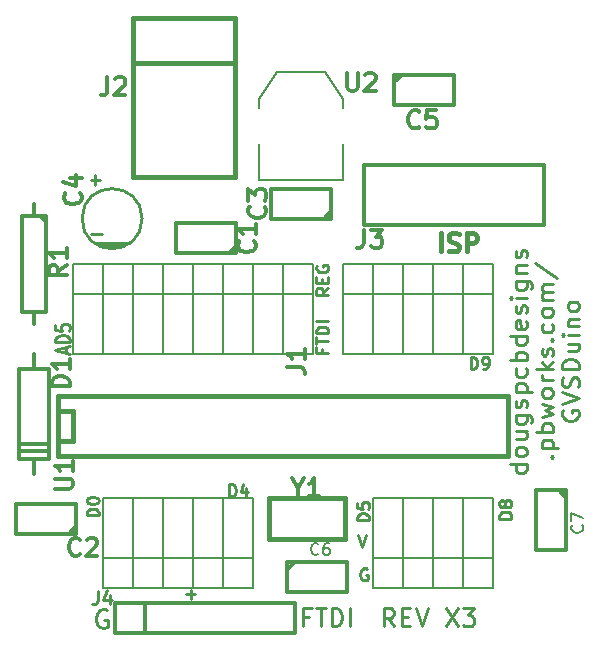
<source format=gto>
G04 (created by PCBNEW (2013-05-31 BZR 4019)-stable) date 9/25/2013 9:27:53 PM*
%MOIN*%
G04 Gerber Fmt 3.4, Leading zero omitted, Abs format*
%FSLAX34Y34*%
G01*
G70*
G90*
G04 APERTURE LIST*
%ADD10C,0.00590551*%
%ADD11C,0.01*%
%ADD12C,0.015*%
%ADD13C,0.008*%
%ADD14C,0.012*%
%ADD15C,0.006*%
%ADD16C,0.01125*%
G04 APERTURE END LIST*
G54D10*
G54D11*
X34657Y-34542D02*
X34457Y-34257D01*
X34314Y-34542D02*
X34314Y-33942D01*
X34542Y-33942D01*
X34599Y-33971D01*
X34628Y-34000D01*
X34657Y-34057D01*
X34657Y-34142D01*
X34628Y-34200D01*
X34599Y-34228D01*
X34542Y-34257D01*
X34314Y-34257D01*
X34914Y-34228D02*
X35114Y-34228D01*
X35199Y-34542D02*
X34914Y-34542D01*
X34914Y-33942D01*
X35199Y-33942D01*
X35371Y-33942D02*
X35571Y-34542D01*
X35771Y-33942D01*
X36371Y-33942D02*
X36771Y-34542D01*
X36771Y-33942D02*
X36371Y-34542D01*
X36942Y-33942D02*
X37314Y-33942D01*
X37114Y-34171D01*
X37200Y-34171D01*
X37257Y-34200D01*
X37285Y-34228D01*
X37314Y-34285D01*
X37314Y-34428D01*
X37285Y-34485D01*
X37257Y-34514D01*
X37200Y-34542D01*
X37028Y-34542D01*
X36971Y-34514D01*
X36942Y-34485D01*
G54D12*
X36214Y-22042D02*
X36214Y-21442D01*
X36471Y-22014D02*
X36557Y-22042D01*
X36700Y-22042D01*
X36757Y-22014D01*
X36785Y-21985D01*
X36814Y-21928D01*
X36814Y-21871D01*
X36785Y-21814D01*
X36757Y-21785D01*
X36700Y-21757D01*
X36585Y-21728D01*
X36528Y-21700D01*
X36500Y-21671D01*
X36471Y-21614D01*
X36471Y-21557D01*
X36500Y-21500D01*
X36528Y-21471D01*
X36585Y-21442D01*
X36728Y-21442D01*
X36814Y-21471D01*
X37071Y-22042D02*
X37071Y-21442D01*
X37300Y-21442D01*
X37357Y-21471D01*
X37385Y-21500D01*
X37414Y-21557D01*
X37414Y-21642D01*
X37385Y-21700D01*
X37357Y-21728D01*
X37300Y-21757D01*
X37071Y-21757D01*
G54D11*
X24547Y-19659D02*
X24852Y-19659D01*
X24700Y-19811D02*
X24700Y-19507D01*
X33449Y-31494D02*
X33582Y-31894D01*
X33716Y-31494D01*
X38567Y-30944D02*
X38167Y-30944D01*
X38167Y-30849D01*
X38186Y-30792D01*
X38224Y-30754D01*
X38262Y-30735D01*
X38338Y-30716D01*
X38395Y-30716D01*
X38472Y-30735D01*
X38510Y-30754D01*
X38548Y-30792D01*
X38567Y-30849D01*
X38567Y-30944D01*
X38338Y-30487D02*
X38319Y-30525D01*
X38300Y-30544D01*
X38262Y-30563D01*
X38243Y-30563D01*
X38205Y-30544D01*
X38186Y-30525D01*
X38167Y-30487D01*
X38167Y-30411D01*
X38186Y-30373D01*
X38205Y-30354D01*
X38243Y-30335D01*
X38262Y-30335D01*
X38300Y-30354D01*
X38319Y-30373D01*
X38338Y-30411D01*
X38338Y-30487D01*
X38357Y-30525D01*
X38376Y-30544D01*
X38415Y-30563D01*
X38491Y-30563D01*
X38529Y-30544D01*
X38548Y-30525D01*
X38567Y-30487D01*
X38567Y-30411D01*
X38548Y-30373D01*
X38529Y-30354D01*
X38491Y-30335D01*
X38415Y-30335D01*
X38376Y-30354D01*
X38357Y-30373D01*
X38338Y-30411D01*
X39072Y-29128D02*
X38522Y-29128D01*
X39046Y-29128D02*
X39072Y-29185D01*
X39072Y-29299D01*
X39046Y-29357D01*
X39020Y-29385D01*
X38967Y-29414D01*
X38810Y-29414D01*
X38758Y-29385D01*
X38732Y-29357D01*
X38705Y-29299D01*
X38705Y-29185D01*
X38732Y-29128D01*
X39072Y-28757D02*
X39046Y-28814D01*
X39020Y-28842D01*
X38967Y-28871D01*
X38810Y-28871D01*
X38758Y-28842D01*
X38732Y-28814D01*
X38705Y-28757D01*
X38705Y-28671D01*
X38732Y-28614D01*
X38758Y-28585D01*
X38810Y-28557D01*
X38967Y-28557D01*
X39020Y-28585D01*
X39046Y-28614D01*
X39072Y-28671D01*
X39072Y-28757D01*
X38705Y-28042D02*
X39072Y-28042D01*
X38705Y-28299D02*
X38994Y-28299D01*
X39046Y-28271D01*
X39072Y-28214D01*
X39072Y-28128D01*
X39046Y-28071D01*
X39020Y-28042D01*
X38705Y-27499D02*
X39151Y-27499D01*
X39203Y-27528D01*
X39229Y-27557D01*
X39255Y-27614D01*
X39255Y-27699D01*
X39229Y-27757D01*
X39046Y-27499D02*
X39072Y-27557D01*
X39072Y-27671D01*
X39046Y-27728D01*
X39020Y-27757D01*
X38967Y-27785D01*
X38810Y-27785D01*
X38758Y-27757D01*
X38732Y-27728D01*
X38705Y-27671D01*
X38705Y-27557D01*
X38732Y-27499D01*
X39046Y-27242D02*
X39072Y-27185D01*
X39072Y-27071D01*
X39046Y-27014D01*
X38994Y-26985D01*
X38967Y-26985D01*
X38915Y-27014D01*
X38889Y-27071D01*
X38889Y-27157D01*
X38863Y-27214D01*
X38810Y-27242D01*
X38784Y-27242D01*
X38732Y-27214D01*
X38705Y-27157D01*
X38705Y-27071D01*
X38732Y-27014D01*
X38705Y-26728D02*
X39255Y-26728D01*
X38732Y-26728D02*
X38705Y-26671D01*
X38705Y-26557D01*
X38732Y-26499D01*
X38758Y-26471D01*
X38810Y-26442D01*
X38967Y-26442D01*
X39020Y-26471D01*
X39046Y-26499D01*
X39072Y-26557D01*
X39072Y-26671D01*
X39046Y-26728D01*
X39046Y-25928D02*
X39072Y-25985D01*
X39072Y-26100D01*
X39046Y-26157D01*
X39020Y-26185D01*
X38967Y-26214D01*
X38810Y-26214D01*
X38758Y-26185D01*
X38732Y-26157D01*
X38705Y-26100D01*
X38705Y-25985D01*
X38732Y-25928D01*
X39072Y-25671D02*
X38522Y-25671D01*
X38732Y-25671D02*
X38705Y-25614D01*
X38705Y-25499D01*
X38732Y-25442D01*
X38758Y-25414D01*
X38810Y-25385D01*
X38967Y-25385D01*
X39020Y-25414D01*
X39046Y-25442D01*
X39072Y-25499D01*
X39072Y-25614D01*
X39046Y-25671D01*
X39072Y-24871D02*
X38522Y-24871D01*
X39046Y-24871D02*
X39072Y-24928D01*
X39072Y-25042D01*
X39046Y-25099D01*
X39020Y-25128D01*
X38967Y-25157D01*
X38810Y-25157D01*
X38758Y-25128D01*
X38732Y-25099D01*
X38705Y-25042D01*
X38705Y-24928D01*
X38732Y-24871D01*
X39046Y-24357D02*
X39072Y-24414D01*
X39072Y-24528D01*
X39046Y-24585D01*
X38994Y-24614D01*
X38784Y-24614D01*
X38732Y-24585D01*
X38705Y-24528D01*
X38705Y-24414D01*
X38732Y-24357D01*
X38784Y-24328D01*
X38836Y-24328D01*
X38889Y-24614D01*
X39046Y-24099D02*
X39072Y-24042D01*
X39072Y-23928D01*
X39046Y-23871D01*
X38994Y-23842D01*
X38967Y-23842D01*
X38915Y-23871D01*
X38889Y-23928D01*
X38889Y-24014D01*
X38863Y-24071D01*
X38810Y-24099D01*
X38784Y-24099D01*
X38732Y-24071D01*
X38705Y-24014D01*
X38705Y-23928D01*
X38732Y-23871D01*
X39072Y-23585D02*
X38705Y-23585D01*
X38522Y-23585D02*
X38548Y-23614D01*
X38575Y-23585D01*
X38548Y-23557D01*
X38522Y-23585D01*
X38575Y-23585D01*
X38705Y-23042D02*
X39151Y-23042D01*
X39203Y-23071D01*
X39229Y-23100D01*
X39255Y-23157D01*
X39255Y-23242D01*
X39229Y-23300D01*
X39046Y-23042D02*
X39072Y-23100D01*
X39072Y-23214D01*
X39046Y-23271D01*
X39020Y-23300D01*
X38967Y-23328D01*
X38810Y-23328D01*
X38758Y-23300D01*
X38732Y-23271D01*
X38705Y-23214D01*
X38705Y-23100D01*
X38732Y-23042D01*
X38705Y-22757D02*
X39072Y-22757D01*
X38758Y-22757D02*
X38732Y-22728D01*
X38705Y-22671D01*
X38705Y-22585D01*
X38732Y-22528D01*
X38784Y-22500D01*
X39072Y-22500D01*
X39046Y-22242D02*
X39072Y-22185D01*
X39072Y-22071D01*
X39046Y-22014D01*
X38994Y-21985D01*
X38967Y-21985D01*
X38915Y-22014D01*
X38889Y-22071D01*
X38889Y-22157D01*
X38863Y-22214D01*
X38810Y-22242D01*
X38784Y-22242D01*
X38732Y-22214D01*
X38705Y-22157D01*
X38705Y-22071D01*
X38732Y-22014D01*
X39890Y-28885D02*
X39916Y-28857D01*
X39942Y-28885D01*
X39916Y-28914D01*
X39890Y-28885D01*
X39942Y-28885D01*
X39575Y-28599D02*
X40125Y-28599D01*
X39602Y-28599D02*
X39575Y-28542D01*
X39575Y-28428D01*
X39602Y-28371D01*
X39628Y-28342D01*
X39680Y-28314D01*
X39837Y-28314D01*
X39890Y-28342D01*
X39916Y-28371D01*
X39942Y-28428D01*
X39942Y-28542D01*
X39916Y-28599D01*
X39942Y-28057D02*
X39392Y-28057D01*
X39602Y-28057D02*
X39575Y-27999D01*
X39575Y-27885D01*
X39602Y-27828D01*
X39628Y-27799D01*
X39680Y-27771D01*
X39837Y-27771D01*
X39890Y-27799D01*
X39916Y-27828D01*
X39942Y-27885D01*
X39942Y-27999D01*
X39916Y-28057D01*
X39575Y-27571D02*
X39942Y-27457D01*
X39680Y-27342D01*
X39942Y-27228D01*
X39575Y-27114D01*
X39942Y-26800D02*
X39916Y-26857D01*
X39890Y-26885D01*
X39837Y-26914D01*
X39680Y-26914D01*
X39628Y-26885D01*
X39602Y-26857D01*
X39575Y-26800D01*
X39575Y-26714D01*
X39602Y-26657D01*
X39628Y-26628D01*
X39680Y-26600D01*
X39837Y-26600D01*
X39890Y-26628D01*
X39916Y-26657D01*
X39942Y-26714D01*
X39942Y-26800D01*
X39942Y-26342D02*
X39575Y-26342D01*
X39680Y-26342D02*
X39628Y-26314D01*
X39602Y-26285D01*
X39575Y-26228D01*
X39575Y-26171D01*
X39942Y-25971D02*
X39392Y-25971D01*
X39733Y-25914D02*
X39942Y-25742D01*
X39575Y-25742D02*
X39785Y-25971D01*
X39916Y-25514D02*
X39942Y-25457D01*
X39942Y-25342D01*
X39916Y-25285D01*
X39864Y-25257D01*
X39837Y-25257D01*
X39785Y-25285D01*
X39759Y-25342D01*
X39759Y-25428D01*
X39733Y-25485D01*
X39680Y-25514D01*
X39654Y-25514D01*
X39602Y-25485D01*
X39575Y-25428D01*
X39575Y-25342D01*
X39602Y-25285D01*
X39890Y-25000D02*
X39916Y-24971D01*
X39942Y-25000D01*
X39916Y-25028D01*
X39890Y-25000D01*
X39942Y-25000D01*
X39916Y-24457D02*
X39942Y-24514D01*
X39942Y-24628D01*
X39916Y-24685D01*
X39890Y-24714D01*
X39837Y-24742D01*
X39680Y-24742D01*
X39628Y-24714D01*
X39602Y-24685D01*
X39575Y-24628D01*
X39575Y-24514D01*
X39602Y-24457D01*
X39942Y-24114D02*
X39916Y-24171D01*
X39890Y-24200D01*
X39837Y-24228D01*
X39680Y-24228D01*
X39628Y-24200D01*
X39602Y-24171D01*
X39575Y-24114D01*
X39575Y-24028D01*
X39602Y-23971D01*
X39628Y-23942D01*
X39680Y-23914D01*
X39837Y-23914D01*
X39890Y-23942D01*
X39916Y-23971D01*
X39942Y-24028D01*
X39942Y-24114D01*
X39942Y-23657D02*
X39575Y-23657D01*
X39628Y-23657D02*
X39602Y-23628D01*
X39575Y-23571D01*
X39575Y-23485D01*
X39602Y-23428D01*
X39654Y-23400D01*
X39942Y-23400D01*
X39654Y-23400D02*
X39602Y-23371D01*
X39575Y-23314D01*
X39575Y-23228D01*
X39602Y-23171D01*
X39654Y-23142D01*
X39942Y-23142D01*
X39366Y-22428D02*
X40073Y-22942D01*
X40288Y-27342D02*
X40262Y-27400D01*
X40262Y-27485D01*
X40288Y-27571D01*
X40341Y-27628D01*
X40393Y-27657D01*
X40498Y-27685D01*
X40576Y-27685D01*
X40681Y-27657D01*
X40734Y-27628D01*
X40786Y-27571D01*
X40812Y-27485D01*
X40812Y-27428D01*
X40786Y-27342D01*
X40760Y-27314D01*
X40576Y-27314D01*
X40576Y-27428D01*
X40262Y-27142D02*
X40812Y-26942D01*
X40262Y-26742D01*
X40786Y-26571D02*
X40812Y-26485D01*
X40812Y-26342D01*
X40786Y-26285D01*
X40760Y-26257D01*
X40707Y-26228D01*
X40655Y-26228D01*
X40603Y-26257D01*
X40576Y-26285D01*
X40550Y-26342D01*
X40524Y-26457D01*
X40498Y-26514D01*
X40472Y-26542D01*
X40419Y-26571D01*
X40367Y-26571D01*
X40315Y-26542D01*
X40288Y-26514D01*
X40262Y-26457D01*
X40262Y-26314D01*
X40288Y-26228D01*
X40812Y-25971D02*
X40262Y-25971D01*
X40262Y-25828D01*
X40288Y-25742D01*
X40341Y-25685D01*
X40393Y-25657D01*
X40498Y-25628D01*
X40576Y-25628D01*
X40681Y-25657D01*
X40734Y-25685D01*
X40786Y-25742D01*
X40812Y-25828D01*
X40812Y-25971D01*
X40445Y-25114D02*
X40812Y-25114D01*
X40445Y-25371D02*
X40734Y-25371D01*
X40786Y-25342D01*
X40812Y-25285D01*
X40812Y-25199D01*
X40786Y-25142D01*
X40760Y-25114D01*
X40812Y-24828D02*
X40445Y-24828D01*
X40262Y-24828D02*
X40288Y-24857D01*
X40315Y-24828D01*
X40288Y-24799D01*
X40262Y-24828D01*
X40315Y-24828D01*
X40445Y-24542D02*
X40812Y-24542D01*
X40498Y-24542D02*
X40472Y-24514D01*
X40445Y-24457D01*
X40445Y-24371D01*
X40472Y-24314D01*
X40524Y-24285D01*
X40812Y-24285D01*
X40812Y-23914D02*
X40786Y-23971D01*
X40760Y-24000D01*
X40707Y-24028D01*
X40550Y-24028D01*
X40498Y-24000D01*
X40472Y-23971D01*
X40445Y-23914D01*
X40445Y-23828D01*
X40472Y-23771D01*
X40498Y-23742D01*
X40550Y-23714D01*
X40707Y-23714D01*
X40760Y-23742D01*
X40786Y-23771D01*
X40812Y-23828D01*
X40812Y-23914D01*
X32252Y-25290D02*
X32252Y-25423D01*
X32461Y-25423D02*
X32061Y-25423D01*
X32061Y-25233D01*
X32061Y-25138D02*
X32061Y-24909D01*
X32461Y-25023D02*
X32061Y-25023D01*
X32461Y-24776D02*
X32061Y-24776D01*
X32061Y-24680D01*
X32080Y-24623D01*
X32119Y-24585D01*
X32157Y-24566D01*
X32233Y-24547D01*
X32290Y-24547D01*
X32366Y-24566D01*
X32404Y-24585D01*
X32442Y-24623D01*
X32461Y-24680D01*
X32461Y-24776D01*
X32461Y-24376D02*
X32061Y-24376D01*
X32461Y-23257D02*
X32271Y-23390D01*
X32461Y-23485D02*
X32061Y-23485D01*
X32061Y-23333D01*
X32080Y-23295D01*
X32100Y-23276D01*
X32138Y-23257D01*
X32195Y-23257D01*
X32233Y-23276D01*
X32252Y-23295D01*
X32271Y-23333D01*
X32271Y-23485D01*
X32252Y-23085D02*
X32252Y-22952D01*
X32461Y-22895D02*
X32461Y-23085D01*
X32061Y-23085D01*
X32061Y-22895D01*
X32080Y-22514D02*
X32061Y-22552D01*
X32061Y-22609D01*
X32080Y-22666D01*
X32119Y-22704D01*
X32157Y-22723D01*
X32233Y-22742D01*
X32290Y-22742D01*
X32366Y-22723D01*
X32404Y-22704D01*
X32442Y-22666D01*
X32461Y-22609D01*
X32461Y-22571D01*
X32442Y-22514D01*
X32423Y-22495D01*
X32290Y-22495D01*
X32290Y-22571D01*
X29158Y-30209D02*
X29158Y-29809D01*
X29253Y-29809D01*
X29310Y-29828D01*
X29348Y-29867D01*
X29367Y-29905D01*
X29386Y-29981D01*
X29386Y-30038D01*
X29367Y-30114D01*
X29348Y-30152D01*
X29310Y-30190D01*
X29253Y-30209D01*
X29158Y-30209D01*
X29729Y-29943D02*
X29729Y-30209D01*
X29634Y-29790D02*
X29539Y-30076D01*
X29786Y-30076D01*
X25086Y-34005D02*
X25026Y-33975D01*
X24936Y-33975D01*
X24846Y-34005D01*
X24786Y-34065D01*
X24756Y-34125D01*
X24726Y-34245D01*
X24726Y-34335D01*
X24756Y-34455D01*
X24786Y-34515D01*
X24846Y-34575D01*
X24936Y-34605D01*
X24996Y-34605D01*
X25086Y-34575D01*
X25116Y-34545D01*
X25116Y-34335D01*
X24996Y-34335D01*
X33823Y-31003D02*
X33423Y-31003D01*
X33423Y-30908D01*
X33442Y-30851D01*
X33480Y-30813D01*
X33518Y-30794D01*
X33594Y-30775D01*
X33651Y-30775D01*
X33728Y-30794D01*
X33766Y-30813D01*
X33804Y-30851D01*
X33823Y-30908D01*
X33823Y-31003D01*
X33423Y-30413D02*
X33423Y-30603D01*
X33613Y-30622D01*
X33594Y-30603D01*
X33575Y-30565D01*
X33575Y-30470D01*
X33594Y-30432D01*
X33613Y-30413D01*
X33651Y-30394D01*
X33747Y-30394D01*
X33785Y-30413D01*
X33804Y-30432D01*
X33823Y-30470D01*
X33823Y-30565D01*
X33804Y-30603D01*
X33785Y-30622D01*
X27721Y-33474D02*
X28026Y-33474D01*
X27874Y-33626D02*
X27874Y-33321D01*
X33758Y-32628D02*
X33720Y-32609D01*
X33663Y-32609D01*
X33605Y-32628D01*
X33567Y-32667D01*
X33548Y-32705D01*
X33529Y-32781D01*
X33529Y-32838D01*
X33548Y-32914D01*
X33567Y-32952D01*
X33605Y-32990D01*
X33663Y-33009D01*
X33701Y-33009D01*
X33758Y-32990D01*
X33777Y-32971D01*
X33777Y-32838D01*
X33701Y-32838D01*
X24815Y-30843D02*
X24415Y-30843D01*
X24415Y-30748D01*
X24434Y-30690D01*
X24472Y-30652D01*
X24510Y-30633D01*
X24586Y-30614D01*
X24644Y-30614D01*
X24720Y-30633D01*
X24758Y-30652D01*
X24796Y-30690D01*
X24815Y-30748D01*
X24815Y-30843D01*
X24415Y-30367D02*
X24415Y-30328D01*
X24434Y-30290D01*
X24453Y-30271D01*
X24491Y-30252D01*
X24567Y-30233D01*
X24663Y-30233D01*
X24739Y-30252D01*
X24777Y-30271D01*
X24796Y-30290D01*
X24815Y-30328D01*
X24815Y-30367D01*
X24796Y-30405D01*
X24777Y-30424D01*
X24739Y-30443D01*
X24663Y-30462D01*
X24567Y-30462D01*
X24491Y-30443D01*
X24453Y-30424D01*
X24434Y-30405D01*
X24415Y-30367D01*
X37204Y-25961D02*
X37204Y-25561D01*
X37300Y-25561D01*
X37357Y-25580D01*
X37395Y-25619D01*
X37414Y-25657D01*
X37433Y-25733D01*
X37433Y-25790D01*
X37414Y-25866D01*
X37395Y-25904D01*
X37357Y-25942D01*
X37300Y-25961D01*
X37204Y-25961D01*
X37623Y-25961D02*
X37700Y-25961D01*
X37738Y-25942D01*
X37757Y-25923D01*
X37795Y-25866D01*
X37814Y-25790D01*
X37814Y-25638D01*
X37795Y-25600D01*
X37776Y-25580D01*
X37738Y-25561D01*
X37661Y-25561D01*
X37623Y-25580D01*
X37604Y-25600D01*
X37585Y-25638D01*
X37585Y-25733D01*
X37604Y-25771D01*
X37623Y-25790D01*
X37661Y-25809D01*
X37738Y-25809D01*
X37776Y-25790D01*
X37795Y-25771D01*
X37814Y-25733D01*
X23713Y-25433D02*
X23713Y-25243D01*
X23855Y-25471D02*
X23355Y-25338D01*
X23855Y-25205D01*
X23855Y-25071D02*
X23355Y-25071D01*
X23355Y-24976D01*
X23379Y-24919D01*
X23427Y-24881D01*
X23474Y-24862D01*
X23570Y-24843D01*
X23641Y-24843D01*
X23736Y-24862D01*
X23784Y-24881D01*
X23832Y-24919D01*
X23855Y-24976D01*
X23855Y-25071D01*
X23355Y-24481D02*
X23355Y-24671D01*
X23594Y-24690D01*
X23570Y-24671D01*
X23546Y-24633D01*
X23546Y-24538D01*
X23570Y-24500D01*
X23594Y-24481D01*
X23641Y-24462D01*
X23760Y-24462D01*
X23808Y-24481D01*
X23832Y-24500D01*
X23855Y-24538D01*
X23855Y-24633D01*
X23832Y-24671D01*
X23808Y-24690D01*
X31825Y-34221D02*
X31628Y-34221D01*
X31628Y-34530D02*
X31628Y-33939D01*
X31909Y-33939D01*
X32050Y-33939D02*
X32387Y-33939D01*
X32218Y-34530D02*
X32218Y-33939D01*
X32584Y-34530D02*
X32584Y-33939D01*
X32724Y-33939D01*
X32809Y-33967D01*
X32865Y-34024D01*
X32893Y-34080D01*
X32921Y-34192D01*
X32921Y-34277D01*
X32893Y-34389D01*
X32865Y-34446D01*
X32809Y-34502D01*
X32724Y-34530D01*
X32584Y-34530D01*
X33174Y-34530D02*
X33174Y-33939D01*
G54D13*
X30153Y-18448D02*
X30153Y-19648D01*
X30153Y-19648D02*
X32953Y-19648D01*
X32953Y-19648D02*
X32953Y-18448D01*
X30153Y-17248D02*
X30153Y-16948D01*
X30153Y-16948D02*
X30753Y-16048D01*
X30753Y-16048D02*
X32353Y-16048D01*
X32353Y-16048D02*
X32953Y-16948D01*
X32953Y-16948D02*
X32953Y-17248D01*
G54D14*
X34673Y-16148D02*
X36653Y-16148D01*
X36653Y-16148D02*
X36653Y-17148D01*
X36653Y-17148D02*
X34653Y-17148D01*
X34653Y-17148D02*
X34653Y-16148D01*
X34653Y-16398D02*
X34903Y-16148D01*
X32533Y-20948D02*
X30553Y-20948D01*
X30553Y-20948D02*
X30553Y-19948D01*
X30553Y-19948D02*
X32553Y-19948D01*
X32553Y-19948D02*
X32553Y-20948D01*
X32553Y-20698D02*
X32303Y-20948D01*
X24033Y-31448D02*
X22053Y-31448D01*
X22053Y-31448D02*
X22053Y-30448D01*
X22053Y-30448D02*
X24053Y-30448D01*
X24053Y-30448D02*
X24053Y-31448D01*
X24053Y-31198D02*
X23803Y-31448D01*
X29380Y-22100D02*
X27400Y-22100D01*
X27400Y-22100D02*
X27400Y-21100D01*
X27400Y-21100D02*
X29400Y-21100D01*
X29400Y-21100D02*
X29400Y-22100D01*
X29400Y-21850D02*
X29150Y-22100D01*
G54D12*
X23453Y-26848D02*
X38453Y-26848D01*
X38453Y-26848D02*
X38453Y-28848D01*
X38453Y-28848D02*
X23453Y-28848D01*
X23453Y-28848D02*
X23453Y-26848D01*
X23453Y-27348D02*
X23953Y-27348D01*
X23953Y-27348D02*
X23953Y-28348D01*
X23953Y-28348D02*
X23453Y-28348D01*
G54D11*
X24903Y-21448D02*
X24553Y-21448D01*
X24853Y-21848D02*
X25653Y-21848D01*
X25653Y-21848D02*
X25653Y-21798D01*
X25653Y-21798D02*
X24853Y-21798D01*
X25853Y-21748D02*
X24653Y-21748D01*
X26253Y-20948D02*
G75*
G03X26253Y-20948I-1000J0D01*
G74*
G01*
G54D14*
X25346Y-34751D02*
X25346Y-33751D01*
X25346Y-33751D02*
X31346Y-33751D01*
X31346Y-33751D02*
X31346Y-34751D01*
X31346Y-34751D02*
X25346Y-34751D01*
X26346Y-34751D02*
X26346Y-33751D01*
G54D15*
X29953Y-33248D02*
X28953Y-33248D01*
X28953Y-33248D02*
X28953Y-30248D01*
X28953Y-30248D02*
X29953Y-30248D01*
X29953Y-30248D02*
X29953Y-33248D01*
X28953Y-32248D02*
X29953Y-32248D01*
X32953Y-22448D02*
X33953Y-22448D01*
X33953Y-22448D02*
X33953Y-25448D01*
X33953Y-25448D02*
X32953Y-25448D01*
X32953Y-25448D02*
X32953Y-22448D01*
X33953Y-23448D02*
X32953Y-23448D01*
X33953Y-22448D02*
X34953Y-22448D01*
X34953Y-22448D02*
X34953Y-25448D01*
X34953Y-25448D02*
X33953Y-25448D01*
X33953Y-25448D02*
X33953Y-22448D01*
X34953Y-23448D02*
X33953Y-23448D01*
X34953Y-22448D02*
X35953Y-22448D01*
X35953Y-22448D02*
X35953Y-25448D01*
X35953Y-25448D02*
X34953Y-25448D01*
X34953Y-25448D02*
X34953Y-22448D01*
X35953Y-23448D02*
X34953Y-23448D01*
X35953Y-22448D02*
X36953Y-22448D01*
X36953Y-22448D02*
X36953Y-25448D01*
X36953Y-25448D02*
X35953Y-25448D01*
X35953Y-25448D02*
X35953Y-22448D01*
X36953Y-23448D02*
X35953Y-23448D01*
X36953Y-22448D02*
X37953Y-22448D01*
X37953Y-22448D02*
X37953Y-25448D01*
X37953Y-25448D02*
X36953Y-25448D01*
X36953Y-25448D02*
X36953Y-22448D01*
X37953Y-23448D02*
X36953Y-23448D01*
X37953Y-33248D02*
X36953Y-33248D01*
X36953Y-33248D02*
X36953Y-30248D01*
X36953Y-30248D02*
X37953Y-30248D01*
X37953Y-30248D02*
X37953Y-33248D01*
X36953Y-32248D02*
X37953Y-32248D01*
X36953Y-33248D02*
X35953Y-33248D01*
X35953Y-33248D02*
X35953Y-30248D01*
X35953Y-30248D02*
X36953Y-30248D01*
X36953Y-30248D02*
X36953Y-33248D01*
X35953Y-32248D02*
X36953Y-32248D01*
X35953Y-33248D02*
X34953Y-33248D01*
X34953Y-33248D02*
X34953Y-30248D01*
X34953Y-30248D02*
X35953Y-30248D01*
X35953Y-30248D02*
X35953Y-33248D01*
X34953Y-32248D02*
X35953Y-32248D01*
X34953Y-33248D02*
X33953Y-33248D01*
X33953Y-33248D02*
X33953Y-30248D01*
X33953Y-30248D02*
X34953Y-30248D01*
X34953Y-30248D02*
X34953Y-33248D01*
X33953Y-32248D02*
X34953Y-32248D01*
X28953Y-22448D02*
X29953Y-22448D01*
X29953Y-22448D02*
X29953Y-25448D01*
X29953Y-25448D02*
X28953Y-25448D01*
X28953Y-25448D02*
X28953Y-22448D01*
X29953Y-23448D02*
X28953Y-23448D01*
X28953Y-33248D02*
X27953Y-33248D01*
X27953Y-33248D02*
X27953Y-30248D01*
X27953Y-30248D02*
X28953Y-30248D01*
X28953Y-30248D02*
X28953Y-33248D01*
X27953Y-32248D02*
X28953Y-32248D01*
X27953Y-33248D02*
X26953Y-33248D01*
X26953Y-33248D02*
X26953Y-30248D01*
X26953Y-30248D02*
X27953Y-30248D01*
X27953Y-30248D02*
X27953Y-33248D01*
X26953Y-32248D02*
X27953Y-32248D01*
X26953Y-33248D02*
X25953Y-33248D01*
X25953Y-33248D02*
X25953Y-30248D01*
X25953Y-30248D02*
X26953Y-30248D01*
X26953Y-30248D02*
X26953Y-33248D01*
X25953Y-32248D02*
X26953Y-32248D01*
X25953Y-33248D02*
X24953Y-33248D01*
X24953Y-33248D02*
X24953Y-30248D01*
X24953Y-30248D02*
X25953Y-30248D01*
X25953Y-30248D02*
X25953Y-33248D01*
X24953Y-32248D02*
X25953Y-32248D01*
X23953Y-22448D02*
X24953Y-22448D01*
X24953Y-22448D02*
X24953Y-25448D01*
X24953Y-25448D02*
X23953Y-25448D01*
X23953Y-25448D02*
X23953Y-22448D01*
X24953Y-23448D02*
X23953Y-23448D01*
X24953Y-22448D02*
X25953Y-22448D01*
X25953Y-22448D02*
X25953Y-25448D01*
X25953Y-25448D02*
X24953Y-25448D01*
X24953Y-25448D02*
X24953Y-22448D01*
X25953Y-23448D02*
X24953Y-23448D01*
X25953Y-22448D02*
X26953Y-22448D01*
X26953Y-22448D02*
X26953Y-25448D01*
X26953Y-25448D02*
X25953Y-25448D01*
X25953Y-25448D02*
X25953Y-22448D01*
X26953Y-23448D02*
X25953Y-23448D01*
X26953Y-22448D02*
X27953Y-22448D01*
X27953Y-22448D02*
X27953Y-25448D01*
X27953Y-25448D02*
X26953Y-25448D01*
X26953Y-25448D02*
X26953Y-22448D01*
X27953Y-23448D02*
X26953Y-23448D01*
X27953Y-22448D02*
X28953Y-22448D01*
X28953Y-22448D02*
X28953Y-25448D01*
X28953Y-25448D02*
X27953Y-25448D01*
X27953Y-25448D02*
X27953Y-22448D01*
X28953Y-23448D02*
X27953Y-23448D01*
G54D14*
X23153Y-25948D02*
X23153Y-28948D01*
X23153Y-28948D02*
X22153Y-28948D01*
X22153Y-28948D02*
X22153Y-25948D01*
X22153Y-25948D02*
X23153Y-25948D01*
X23153Y-28698D02*
X22153Y-28698D01*
X22153Y-28448D02*
X23153Y-28448D01*
X22653Y-25948D02*
X22653Y-25448D01*
X22653Y-28948D02*
X22653Y-29448D01*
X22653Y-20448D02*
X22653Y-20848D01*
X22653Y-20848D02*
X23053Y-20848D01*
X23053Y-20848D02*
X23053Y-24048D01*
X23053Y-24048D02*
X22253Y-24048D01*
X22253Y-24048D02*
X22253Y-20848D01*
X22253Y-20848D02*
X22653Y-20848D01*
X22853Y-20848D02*
X23053Y-21048D01*
X22653Y-24448D02*
X22653Y-24048D01*
G54D15*
X29953Y-22448D02*
X30953Y-22448D01*
X30953Y-22448D02*
X30953Y-25448D01*
X30953Y-25448D02*
X29953Y-25448D01*
X29953Y-25448D02*
X29953Y-22448D01*
X30953Y-23448D02*
X29953Y-23448D01*
X30953Y-22448D02*
X31953Y-22448D01*
X31953Y-22448D02*
X31953Y-25448D01*
X31953Y-25448D02*
X30953Y-25448D01*
X30953Y-25448D02*
X30953Y-22448D01*
X31953Y-23448D02*
X30953Y-23448D01*
G54D12*
X30473Y-30259D02*
X33033Y-30259D01*
X33033Y-30259D02*
X33033Y-31637D01*
X33033Y-31637D02*
X30473Y-31637D01*
X30473Y-31637D02*
X30473Y-30259D01*
G54D14*
X33653Y-19148D02*
X39653Y-19148D01*
X39653Y-19148D02*
X39653Y-21148D01*
X39653Y-21148D02*
X33653Y-21148D01*
X33653Y-21148D02*
X33653Y-19148D01*
G54D12*
X29350Y-14550D02*
X29350Y-14250D01*
X29350Y-14250D02*
X25950Y-14250D01*
X25950Y-14250D02*
X25950Y-14550D01*
X29350Y-15750D02*
X25950Y-15750D01*
X29350Y-19550D02*
X25950Y-19550D01*
X25950Y-14550D02*
X25950Y-19550D01*
X29350Y-14550D02*
X29350Y-19550D01*
G54D14*
X31120Y-32400D02*
X33100Y-32400D01*
X33100Y-32400D02*
X33100Y-33400D01*
X33100Y-33400D02*
X31100Y-33400D01*
X31100Y-33400D02*
X31100Y-32400D01*
X31100Y-32650D02*
X31350Y-32400D01*
X40400Y-30020D02*
X40400Y-32000D01*
X40400Y-32000D02*
X39400Y-32000D01*
X39400Y-32000D02*
X39400Y-30000D01*
X39400Y-30000D02*
X40400Y-30000D01*
X40150Y-30000D02*
X40400Y-30250D01*
X33096Y-16090D02*
X33096Y-16576D01*
X33124Y-16633D01*
X33153Y-16662D01*
X33210Y-16690D01*
X33324Y-16690D01*
X33382Y-16662D01*
X33410Y-16633D01*
X33439Y-16576D01*
X33439Y-16090D01*
X33696Y-16148D02*
X33724Y-16119D01*
X33782Y-16090D01*
X33924Y-16090D01*
X33982Y-16119D01*
X34010Y-16148D01*
X34039Y-16205D01*
X34039Y-16262D01*
X34010Y-16348D01*
X33667Y-16690D01*
X34039Y-16690D01*
X35500Y-17885D02*
X35471Y-17914D01*
X35385Y-17942D01*
X35328Y-17942D01*
X35242Y-17914D01*
X35185Y-17857D01*
X35157Y-17800D01*
X35128Y-17685D01*
X35128Y-17600D01*
X35157Y-17485D01*
X35185Y-17428D01*
X35242Y-17371D01*
X35328Y-17342D01*
X35385Y-17342D01*
X35471Y-17371D01*
X35500Y-17400D01*
X36042Y-17342D02*
X35757Y-17342D01*
X35728Y-17628D01*
X35757Y-17600D01*
X35814Y-17571D01*
X35957Y-17571D01*
X36014Y-17600D01*
X36042Y-17628D01*
X36071Y-17685D01*
X36071Y-17828D01*
X36042Y-17885D01*
X36014Y-17914D01*
X35957Y-17942D01*
X35814Y-17942D01*
X35757Y-17914D01*
X35728Y-17885D01*
X30339Y-20548D02*
X30367Y-20576D01*
X30396Y-20662D01*
X30396Y-20719D01*
X30367Y-20805D01*
X30310Y-20862D01*
X30253Y-20890D01*
X30139Y-20919D01*
X30053Y-20919D01*
X29939Y-20890D01*
X29882Y-20862D01*
X29824Y-20805D01*
X29796Y-20719D01*
X29796Y-20662D01*
X29824Y-20576D01*
X29853Y-20548D01*
X29796Y-20348D02*
X29796Y-19976D01*
X30024Y-20176D01*
X30024Y-20090D01*
X30053Y-20033D01*
X30082Y-20005D01*
X30139Y-19976D01*
X30282Y-19976D01*
X30339Y-20005D01*
X30367Y-20033D01*
X30396Y-20090D01*
X30396Y-20262D01*
X30367Y-20319D01*
X30339Y-20348D01*
X24191Y-32134D02*
X24162Y-32163D01*
X24077Y-32191D01*
X24019Y-32191D01*
X23934Y-32163D01*
X23877Y-32105D01*
X23848Y-32048D01*
X23819Y-31934D01*
X23819Y-31848D01*
X23848Y-31734D01*
X23877Y-31677D01*
X23934Y-31620D01*
X24019Y-31591D01*
X24077Y-31591D01*
X24162Y-31620D01*
X24191Y-31648D01*
X24419Y-31648D02*
X24448Y-31620D01*
X24505Y-31591D01*
X24648Y-31591D01*
X24705Y-31620D01*
X24734Y-31648D01*
X24762Y-31705D01*
X24762Y-31763D01*
X24734Y-31848D01*
X24391Y-32191D01*
X24762Y-32191D01*
X29985Y-21700D02*
X30014Y-21728D01*
X30042Y-21814D01*
X30042Y-21871D01*
X30014Y-21957D01*
X29957Y-22014D01*
X29900Y-22042D01*
X29785Y-22071D01*
X29700Y-22071D01*
X29585Y-22042D01*
X29528Y-22014D01*
X29471Y-21957D01*
X29442Y-21871D01*
X29442Y-21814D01*
X29471Y-21728D01*
X29500Y-21700D01*
X30042Y-21128D02*
X30042Y-21471D01*
X30042Y-21300D02*
X29442Y-21300D01*
X29528Y-21357D01*
X29585Y-21414D01*
X29614Y-21471D01*
X23342Y-29957D02*
X23828Y-29957D01*
X23885Y-29928D01*
X23914Y-29900D01*
X23942Y-29842D01*
X23942Y-29728D01*
X23914Y-29671D01*
X23885Y-29642D01*
X23828Y-29614D01*
X23342Y-29614D01*
X23942Y-29014D02*
X23942Y-29357D01*
X23942Y-29185D02*
X23342Y-29185D01*
X23428Y-29242D01*
X23485Y-29300D01*
X23514Y-29357D01*
X24185Y-20100D02*
X24214Y-20128D01*
X24242Y-20214D01*
X24242Y-20271D01*
X24214Y-20357D01*
X24157Y-20414D01*
X24100Y-20442D01*
X23985Y-20471D01*
X23900Y-20471D01*
X23785Y-20442D01*
X23728Y-20414D01*
X23671Y-20357D01*
X23642Y-20271D01*
X23642Y-20214D01*
X23671Y-20128D01*
X23700Y-20100D01*
X23842Y-19585D02*
X24242Y-19585D01*
X23614Y-19728D02*
X24042Y-19871D01*
X24042Y-19500D01*
G54D16*
X24771Y-33354D02*
X24771Y-33675D01*
X24749Y-33739D01*
X24706Y-33782D01*
X24642Y-33804D01*
X24599Y-33804D01*
X25178Y-33504D02*
X25178Y-33804D01*
X25071Y-33332D02*
X24964Y-33654D01*
X25242Y-33654D01*
G54D14*
X23842Y-26542D02*
X23242Y-26542D01*
X23242Y-26400D01*
X23271Y-26314D01*
X23328Y-26257D01*
X23385Y-26228D01*
X23500Y-26200D01*
X23585Y-26200D01*
X23700Y-26228D01*
X23757Y-26257D01*
X23814Y-26314D01*
X23842Y-26400D01*
X23842Y-26542D01*
X23842Y-25628D02*
X23842Y-25971D01*
X23842Y-25800D02*
X23242Y-25800D01*
X23328Y-25857D01*
X23385Y-25914D01*
X23414Y-25971D01*
X23742Y-22500D02*
X23457Y-22700D01*
X23742Y-22842D02*
X23142Y-22842D01*
X23142Y-22614D01*
X23171Y-22557D01*
X23200Y-22528D01*
X23257Y-22500D01*
X23342Y-22500D01*
X23400Y-22528D01*
X23428Y-22557D01*
X23457Y-22614D01*
X23457Y-22842D01*
X23742Y-21928D02*
X23742Y-22271D01*
X23742Y-22100D02*
X23142Y-22100D01*
X23228Y-22157D01*
X23285Y-22214D01*
X23314Y-22271D01*
X31096Y-25898D02*
X31524Y-25898D01*
X31610Y-25926D01*
X31667Y-25983D01*
X31696Y-26069D01*
X31696Y-26126D01*
X31696Y-25298D02*
X31696Y-25640D01*
X31696Y-25469D02*
X31096Y-25469D01*
X31182Y-25526D01*
X31239Y-25583D01*
X31267Y-25640D01*
X31447Y-29921D02*
X31447Y-30206D01*
X31247Y-29606D02*
X31447Y-29921D01*
X31647Y-29606D01*
X32162Y-30206D02*
X31819Y-30206D01*
X31990Y-30206D02*
X31990Y-29606D01*
X31933Y-29692D01*
X31876Y-29749D01*
X31819Y-29778D01*
X33658Y-21316D02*
X33658Y-21744D01*
X33629Y-21830D01*
X33572Y-21887D01*
X33486Y-21916D01*
X33429Y-21916D01*
X33886Y-21316D02*
X34258Y-21316D01*
X34058Y-21544D01*
X34143Y-21544D01*
X34201Y-21573D01*
X34229Y-21601D01*
X34258Y-21658D01*
X34258Y-21801D01*
X34229Y-21858D01*
X34201Y-21887D01*
X34143Y-21916D01*
X33972Y-21916D01*
X33915Y-21887D01*
X33886Y-21858D01*
X25100Y-16242D02*
X25100Y-16671D01*
X25071Y-16757D01*
X25014Y-16814D01*
X24928Y-16842D01*
X24871Y-16842D01*
X25357Y-16300D02*
X25385Y-16271D01*
X25442Y-16242D01*
X25585Y-16242D01*
X25642Y-16271D01*
X25671Y-16300D01*
X25700Y-16357D01*
X25700Y-16414D01*
X25671Y-16500D01*
X25328Y-16842D01*
X25700Y-16842D01*
G54D13*
X32133Y-32123D02*
X32114Y-32142D01*
X32057Y-32161D01*
X32019Y-32161D01*
X31961Y-32142D01*
X31923Y-32104D01*
X31904Y-32066D01*
X31885Y-31990D01*
X31885Y-31933D01*
X31904Y-31857D01*
X31923Y-31819D01*
X31961Y-31780D01*
X32019Y-31761D01*
X32057Y-31761D01*
X32114Y-31780D01*
X32133Y-31800D01*
X32476Y-31761D02*
X32400Y-31761D01*
X32361Y-31780D01*
X32342Y-31800D01*
X32304Y-31857D01*
X32285Y-31933D01*
X32285Y-32085D01*
X32304Y-32123D01*
X32323Y-32142D01*
X32361Y-32161D01*
X32438Y-32161D01*
X32476Y-32142D01*
X32495Y-32123D01*
X32514Y-32085D01*
X32514Y-31990D01*
X32495Y-31952D01*
X32476Y-31933D01*
X32438Y-31914D01*
X32361Y-31914D01*
X32323Y-31933D01*
X32304Y-31952D01*
X32285Y-31990D01*
X40923Y-31166D02*
X40942Y-31185D01*
X40961Y-31242D01*
X40961Y-31280D01*
X40942Y-31338D01*
X40904Y-31376D01*
X40866Y-31395D01*
X40790Y-31414D01*
X40733Y-31414D01*
X40657Y-31395D01*
X40619Y-31376D01*
X40580Y-31338D01*
X40561Y-31280D01*
X40561Y-31242D01*
X40580Y-31185D01*
X40600Y-31166D01*
X40561Y-31033D02*
X40561Y-30766D01*
X40961Y-30938D01*
M02*

</source>
